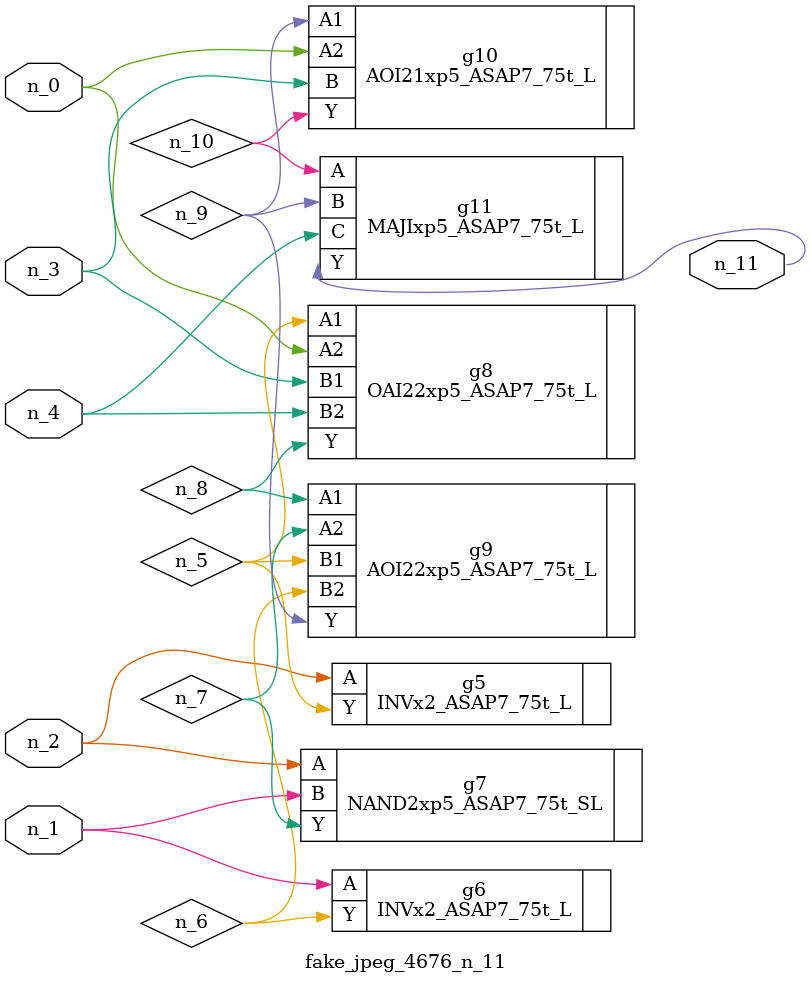
<source format=v>
module fake_jpeg_4676_n_11 (n_3, n_2, n_1, n_0, n_4, n_11);

input n_3;
input n_2;
input n_1;
input n_0;
input n_4;

output n_11;

wire n_10;
wire n_8;
wire n_9;
wire n_6;
wire n_5;
wire n_7;

INVx2_ASAP7_75t_L g5 ( 
.A(n_2),
.Y(n_5)
);

INVx2_ASAP7_75t_L g6 ( 
.A(n_1),
.Y(n_6)
);

NAND2xp5_ASAP7_75t_SL g7 ( 
.A(n_2),
.B(n_1),
.Y(n_7)
);

OAI22xp5_ASAP7_75t_L g8 ( 
.A1(n_5),
.A2(n_0),
.B1(n_3),
.B2(n_4),
.Y(n_8)
);

AOI22xp5_ASAP7_75t_L g9 ( 
.A1(n_8),
.A2(n_7),
.B1(n_5),
.B2(n_6),
.Y(n_9)
);

AOI21xp5_ASAP7_75t_L g10 ( 
.A1(n_9),
.A2(n_0),
.B(n_3),
.Y(n_10)
);

MAJIxp5_ASAP7_75t_L g11 ( 
.A(n_10),
.B(n_9),
.C(n_4),
.Y(n_11)
);


endmodule
</source>
